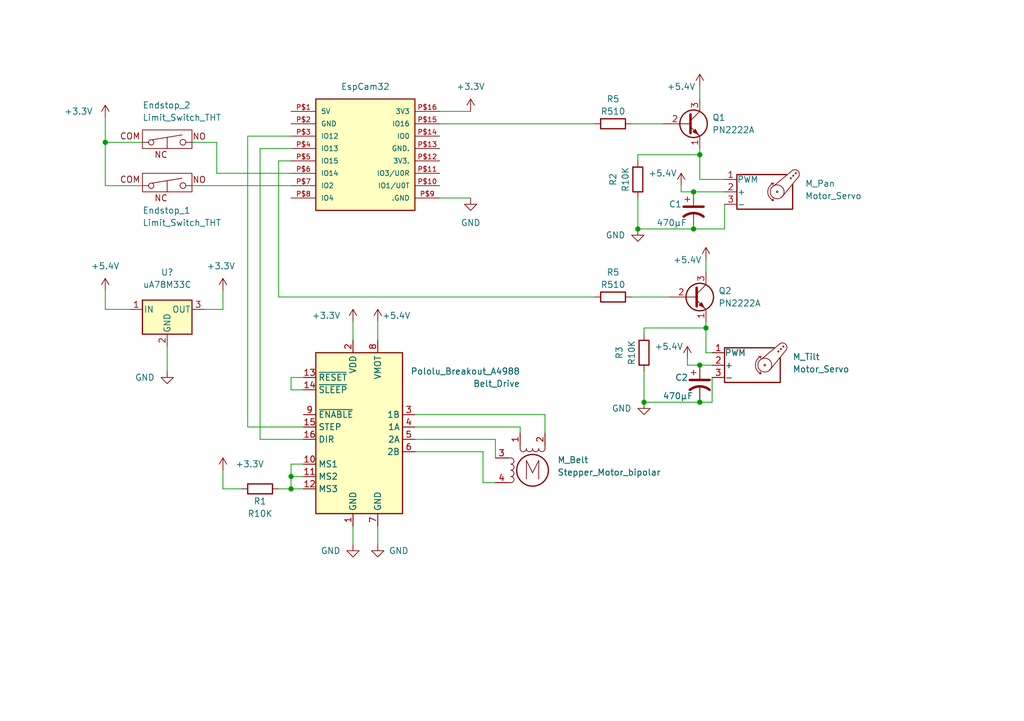
<source format=kicad_sch>
(kicad_sch (version 20211123) (generator eeschema)
  (paper "A5")
  (title_block (title "Dolley Camera Schematic") (date "2022-08-03") (rev "1") (company "Author: Hjalte Dalland"))
  (lib_symbols
    (symbol "AAAACustom:+5.4V" (power) (pin_names (offset 0))
      (property "Value" "+5.4V" (at 0 3.556 0))
      (symbol "+5.4V_0_1"
        (polyline (pts (xy -0.762 1.27) (xy 0 2.54)))
        (polyline (pts (xy 0 0) (xy 0 2.54)))
        (polyline (pts (xy 0 2.54) (xy 0.762 1.27)))
      )
      (symbol "+5.4V_1_1"
        (pin power_in line (at 0 0 90) (length 0) hide (name "+5.4V") (number "1"))
      )
    )
    (symbol "AAAACustom:Limit_Switch_THT"
      (property "Reference" "U" (at 0 8.89 0))
      (property "Value" "Limit_Switch_THT" (at 0 7.62 0))
      (symbol "Limit_Switch_THT_0_0"
        (text "COM" (at -7.62 1.27 0) (effects (font (size 1.27 1.27))))
        (text "NC" (at -1.27 -2.54 0) (effects (font (size 1.27 1.27))))
        (text "NO" (at 6.5694 1.2169 0) (effects (font (size 1.27 1.27))))
      )
      (symbol "Limit_Switch_THT_0_1"
        (rectangle (start -5.08 2.54) (end 5.08 -1.27))
        (circle (center -3.2759 -0.0105) (radius 0.5342))
        (polyline (pts (xy -5.08 0) (xy -3.81 0)))
        (polyline (pts (xy -3.0073 0.5375) (xy 3.0306 1.5254)))
        (polyline (pts (xy 0 -1.27) (xy 0 1.0172)))
        (polyline (pts (xy 5.08 0) (xy 3.81 0)))
        (circle (center 3.222 0.0148) (radius 0.5882))
      )
      (symbol "Limit_Switch_THT_1_1"
        (pin input line (at -5.08 0 90) (length 0) hide (name "COM") (number ""))
        (pin output line (at 0 -1.27 90) (length 0) hide (name "NC") (number ""))
        (pin output line (at 5.08 0 90) (length 0) hide (name "NO") (number ""))
      )
    )
    (symbol "AAAACustom:uA78M33C" (pin_names (offset 0.254))
      (property "Reference" "U" (at -3.81 3.175 0))
      (property "Value" "uA78M33C" (at 0 3.175 0))
      (symbol "uA78M33C_0_1"
        (rectangle (start -5.08 1.905) (end 5.08 -5.08) (stroke (width 0.254)) (fill (type background)))
      )
      (symbol "uA78M33C_1_1"
        (pin power_in line (at -7.62 0 0) (length 2.54) (name "IN") (number "1"))
        (pin power_in line (at 0 -7.62 90) (length 2.54) (name "GND") (number "2"))
        (pin power_out line (at 7.62 0 180) (length 2.54) (name "OUT") (number "3"))
      )
    )
    (symbol "Device:C_Polarized_US" (pin_numbers hide) (pin_names (offset 0.254) hide)
      (property "Reference" "C" (at 0.635 2.54 0))
      (property "Value" "C_Polarized_US" (at 0.635 -2.54 0))
      (symbol "C_Polarized_US_0_1"
        (polyline (pts (xy -2.032 0.762) (xy 2.032 0.762)) (stroke (width 0.508)))
        (polyline (pts (xy -1.778 2.286) (xy -0.762 2.286)))
        (polyline (pts (xy -1.27 1.778) (xy -1.27 2.794)))
        (arc (start 2.032 -1.27) (mid 0 -0.5572) (end -2.032 -1.27) (stroke (width 0.508)))
      )
      (symbol "C_Polarized_US_1_1"
        (pin passive line (at 0 3.81 270) (length 2.794) (name "~") (number "1"))
        (pin passive line (at 0 -3.81 90) (length 3.302) (name "~") (number "2"))
      )
    )
    (symbol "Device:R" (pin_numbers hide) (pin_names (offset 0))
      (property "Reference" "R" (at 2.032 0 90))
      (property "Value" "R" (at 0 0 90))
      (symbol "R_0_1"
        (rectangle (start -1.016 -2.54) (end 1.016 2.54) (stroke (width 0.254)))
      )
      (symbol "R_1_1"
        (pin passive line (at 0 3.81 270) (length 1.27) (name "~") (number "1"))
        (pin passive line (at 0 -3.81 90) (length 1.27) (name "~") (number "2"))
      )
    )
    (symbol "Driver_Motor:Pololu_Breakout_A4988"
      (property "Reference" "A" (at -2.54 19.05 0))
      (property "Value" "Pololu_Breakout_A4988" (at -2.54 16.51 0))
      (symbol "Pololu_Breakout_A4988_0_1"
        (rectangle (start 10.16 -17.78) (end -7.62 15.24) (stroke (width 0.254)) (fill (type background)))
      )
      (symbol "Pololu_Breakout_A4988_1_1"
        (pin power_in line (at 0 -20.32 90) (length 2.54) (name "GND") (number "1"))
        (pin input line (at -10.16 -7.62 0) (length 2.54) (name "MS1") (number "10"))
        (pin input line (at -10.16 -10.16 0) (length 2.54) (name "MS2") (number "11"))
        (pin input line (at -10.16 -12.7 0) (length 2.54) (name "MS3") (number "12"))
        (pin input line (at -10.16 10.16 0) (length 2.54) (name "~{RESET}") (number "13"))
        (pin input line (at -10.16 7.62 0) (length 2.54) (name "~{SLEEP}") (number "14"))
        (pin input line (at -10.16 0 0) (length 2.54) (name "STEP") (number "15"))
        (pin input line (at -10.16 -2.54 0) (length 2.54) (name "DIR") (number "16"))
        (pin power_in line (at 0 17.78 270) (length 2.54) (name "VDD") (number "2"))
        (pin output line (at 12.7 2.54 180) (length 2.54) (name "1B") (number "3"))
        (pin output line (at 12.7 0 180) (length 2.54) (name "1A") (number "4"))
        (pin output line (at 12.7 -2.54 180) (length 2.54) (name "2A") (number "5"))
        (pin output line (at 12.7 -5.08 180) (length 2.54) (name "2B") (number "6"))
        (pin power_in line (at 5.08 -20.32 90) (length 2.54) (name "GND") (number "7"))
        (pin power_in line (at 5.08 17.78 270) (length 2.54) (name "VMOT") (number "8"))
        (pin input line (at -10.16 2.54 0) (length 2.54) (name "~{ENABLE}") (number "9"))
      )
    )
    (symbol "ESP32-CAM:ESP32-CAM" (pin_names (offset 1.016))
      (property "Reference" "U" (at -10.16 20.32 0))
      (symbol "ESP32-CAM_0_0"
        (rectangle (start -10.16 -5.08) (end 10.16 17.78) (stroke (width 0.254)) (fill (type background)))
        (pin bidirectional line (at -15.24 15.24 0) (length 5.08) (name "5V") (number "P$1"))
        (pin bidirectional line (at 15.24 0 180) (length 5.08) (name "IO1/U0T") (number "P$10"))
        (pin bidirectional line (at 15.24 2.54 180) (length 5.08) (name "IO3/U0R") (number "P$11"))
        (pin bidirectional line (at 15.24 5.08 180) (length 5.08) (name "3V3.") (number "P$12"))
        (pin bidirectional line (at 15.24 7.62 180) (length 5.08) (name "GND.") (number "P$13"))
        (pin bidirectional line (at 15.24 10.16 180) (length 5.08) (name "IO0") (number "P$14"))
        (pin bidirectional line (at 15.24 12.7 180) (length 5.08) (name "IO16") (number "P$15"))
        (pin bidirectional line (at 15.24 15.24 180) (length 5.08) (name "3V3") (number "P$16"))
        (pin bidirectional line (at -15.24 12.7 0) (length 5.08) (name "GND") (number "P$2"))
        (pin bidirectional line (at -15.24 10.16 0) (length 5.08) (name "IO12") (number "P$3"))
        (pin bidirectional line (at -15.24 7.62 0) (length 5.08) (name "IO13") (number "P$4"))
        (pin bidirectional line (at -15.24 5.08 0) (length 5.08) (name "IO15") (number "P$5"))
        (pin bidirectional line (at -15.24 2.54 0) (length 5.08) (name "IO14") (number "P$6"))
        (pin bidirectional line (at -15.24 0 0) (length 5.08) (name "IO2") (number "P$7"))
        (pin bidirectional line (at -15.24 -2.54 0) (length 5.08) (name "IO4") (number "P$8"))
        (pin bidirectional line (at 15.24 -2.54 180) (length 5.08) (name ".GND") (number "P$9"))
      )
    )
    (symbol "Motor:Motor_Servo" (pin_names (offset 0.0254))
      (property "Reference" "M" (at -5.08 4.445 0))
      (property "Value" "Motor_Servo" (at -5.08 -4.064 0))
      (symbol "Motor_Servo_0_1"
        (polyline (pts (xy 2.413 -1.778) (xy 2.032 -1.778)))
        (polyline (pts (xy 2.413 -1.778) (xy 2.286 -1.397)))
        (polyline (pts (xy 2.413 1.778) (xy 1.905 1.778)))
        (polyline (pts (xy 2.413 1.778) (xy 2.286 1.397)))
        (polyline (pts (xy 6.35 4.445) (xy 2.54 1.27)))
        (polyline (pts (xy 7.62 3.175) (xy 4.191 -1.016)))
        (polyline (pts (xy 5.08 3.556) (xy -5.08 3.556) (xy -5.08 -3.556) (xy 6.35 -3.556) (xy 6.35 1.524)) (stroke (width 0.254)))
        (arc (start 2.413 1.778) (mid 1.2406 0) (end 2.413 -1.778))
        (circle (center 3.175 0) (radius 0.1778))
        (circle (center 3.175 0) (radius 1.4224))
        (circle (center 5.969 2.794) (radius 0.127))
        (circle (center 6.477 3.302) (radius 0.127))
        (circle (center 6.985 3.81) (radius 0.127))
        (arc (start 7.62 3.175) (mid 7.4485 4.2735) (end 6.35 4.445))
      )
      (symbol "Motor_Servo_1_1"
        (pin passive line (at -7.62 2.54 0) (length 2.54) (name "PWM") (number "1"))
        (pin passive line (at -7.62 0 0) (length 2.54) (name "+") (number "2"))
        (pin passive line (at -7.62 -2.54 0) (length 2.54) (name "-") (number "3"))
      )
    )
    (symbol "Motor:Stepper_Motor_bipolar" (pin_names (offset 0) hide)
      (property "Reference" "M" (at 3.81 2.54 0))
      (property "Value" "Stepper_Motor_bipolar" (at 3.81 1.27 0))
      (symbol "Stepper_Motor_bipolar_0_0"
        (polyline (pts (xy -1.27 -1.778) (xy -1.27 2.032) (xy 0 -0.508) (xy 1.27 2.032) (xy 1.27 -1.778)))
      )
      (symbol "Stepper_Motor_bipolar_0_1"
        (arc (start -4.445 -2.54) (mid -3.81 -1.905) (end -4.445 -1.27))
        (arc (start -4.445 -1.27) (mid -3.81 -0.635) (end -4.445 0))
        (arc (start -4.445 0) (mid -3.81 0.635) (end -4.445 1.27))
        (arc (start -4.445 1.27) (mid -3.81 1.905) (end -4.445 2.54))
        (arc (start -2.54 4.445) (mid -1.905 3.81) (end -1.27 4.445))
        (arc (start -1.27 4.445) (mid -0.635 3.81) (end 0 4.445))
        (polyline (pts (xy -5.08 -2.54) (xy -4.445 -2.54)))
        (polyline (pts (xy -5.08 2.54) (xy -4.445 2.54)))
        (polyline (pts (xy -2.54 5.08) (xy -2.54 4.445)))
        (polyline (pts (xy 2.54 5.08) (xy 2.54 4.445)))
        (circle (center 0 0) (radius 3.2512) (stroke (width 0.254)))
        (arc (start 0 4.445) (mid 0.635 3.81) (end 1.27 4.445))
        (arc (start 1.27 4.445) (mid 1.905 3.81) (end 2.54 4.445))
      )
      (symbol "Stepper_Motor_bipolar_1_1"
        (pin passive line (at -2.54 7.62 270) (length 2.54) (name "~") (number "1"))
        (pin passive line (at 2.54 7.62 270) (length 2.54) (name "-") (number "2"))
        (pin passive line (at -7.62 2.54 0) (length 2.54) (name "~") (number "3"))
        (pin passive line (at -7.62 -2.54 0) (length 2.54) (name "~") (number "4"))
      )
    )
    (symbol "Transistor_BJT:PN2222A" (pin_names (offset 0) hide)
      (property "Reference" "Q" (at 5.08 1.905 0))
      (property "Value" "PN2222A" (at 5.08 0 0))
      (symbol "PN2222A_0_1"
        (polyline (pts (xy 0 0) (xy 0.635 0)))
        (polyline (pts (xy 2.54 -2.54) (xy 0.635 -0.635)))
        (polyline (pts (xy 2.54 2.54) (xy 0.635 0.635)))
        (polyline (pts (xy 0.635 1.905) (xy 0.635 -1.905) (xy 0.635 -1.905)) (stroke (width 0.508)))
        (polyline (pts (xy 2.413 -2.413) (xy 1.905 -1.905) (xy 1.905 -1.905)))
        (polyline (pts (xy 1.143 -1.651) (xy 1.651 -1.143) (xy 2.159 -2.159) (xy 1.143 -1.651) (xy 1.143 -1.651)) (fill (type outline)))
        (circle (center 1.27 0) (radius 2.8194) (stroke (width 0.254)))
      )
      (symbol "PN2222A_1_1"
        (pin passive line (at 2.54 -5.08 90) (length 2.54) (name "E") (number "1"))
        (pin input line (at -5.08 0 0) (length 5.08) (name "B") (number "2"))
        (pin passive line (at 2.54 5.08 270) (length 2.54) (name "C") (number "3"))
      )
    )
    (symbol "power:+3.3V" (power) (pin_names (offset 0))
      (property "Value" "+3.3V" (at 0 3.556 0))
      (symbol "+3.3V_0_1"
        (polyline (pts (xy -0.762 1.27) (xy 0 2.54)))
        (polyline (pts (xy 0 0) (xy 0 2.54)))
        (polyline (pts (xy 0 2.54) (xy 0.762 1.27)))
      )
      (symbol "+3.3V_1_1"
        (pin power_in line (at 0 0 90) (length 0) hide (name "+3.3V") (number "1"))
      )
    )
    (symbol "power:GND" (power) (pin_names (offset 0))
      (property "Value" "GND" (at 0 -3.81 0))
      (symbol "GND_0_1"
        (polyline (pts (xy 0 0) (xy 0 -1.27) (xy 1.27 -1.27) (xy 0 -2.54) (xy -1.27 -1.27) (xy 0 -1.27)))
      )
      (symbol "GND_1_1"
        (pin power_in line (at 0 0 270) (length 0) hide (name "GND") (number "1"))
      )
    )
  )
  (junction (at 59.69 100.33))
  (junction (at 143.51 31.75))
  (junction (at 142.24 39.37))
  (junction (at 143.51 82.55))
  (junction (at 21.59 29.21))
  (junction (at 130.81 46.99))
  (junction (at 132.08 82.55))
  (junction (at 59.69 97.79))
  (junction (at 142.24 46.99))
  (junction (at 143.51 74.93))
  (junction (at 144.78 67.31))
  (wire (pts (xy 21.59 38.1) (xy 29.21 38.1)))
  (wire (pts (xy 129.54 60.96) (xy 137.16 60.96)))
  (wire (pts (xy 139.7 39.37) (xy 142.24 39.37)))
  (wire (pts (xy 50.8 27.94) (xy 59.69 27.94)))
  (wire (pts (xy 146.05 82.55) (xy 146.05 77.47)))
  (wire (pts (xy 90.17 22.86) (xy 96.52 22.86)))
  (wire (pts (xy 62.23 77.47) (xy 59.69 77.47)))
  (wire (pts (xy 21.59 63.5) (xy 26.67 63.5)))
  (wire (pts (xy 59.69 100.33) (xy 59.69 97.79)))
  (wire (pts (xy 140.97 73.66) (xy 140.97 74.93)))
  (wire (pts (xy 144.78 53.34) (xy 144.78 55.88)))
  (wire (pts (xy 143.51 31.75) (xy 143.51 36.83)))
  (wire (pts (xy 53.34 90.17) (xy 53.34 30.48)))
  (wire (pts (xy 99.06 92.71) (xy 99.06 99.06)))
  (wire (pts (xy 143.51 31.75) (xy 130.81 31.75)))
  (wire (pts (xy 72.39 69.85) (xy 72.39 66.04)))
  (wire (pts (xy 59.69 80.01) (xy 59.69 77.47)))
  (wire (pts (xy 62.23 80.01) (xy 59.69 80.01)))
  (wire (pts (xy 143.51 36.83) (xy 148.59 36.83)))
  (wire (pts (xy 57.15 60.96) (xy 121.92 60.96)))
  (wire (pts (xy 44.45 29.21) (xy 44.45 35.56)))
  (wire (pts (xy 39.37 29.21) (xy 44.45 29.21)))
  (wire (pts (xy 45.72 96.52) (xy 45.72 100.33)))
  (wire (pts (xy 130.81 46.99) (xy 142.24 46.99)))
  (wire (pts (xy 106.68 88.9) (xy 106.68 87.63)))
  (wire (pts (xy 140.97 74.93) (xy 143.51 74.93)))
  (wire (pts (xy 77.47 66.04) (xy 77.47 69.85)))
  (wire (pts (xy 77.47 107.95) (xy 77.47 111.76)))
  (wire (pts (xy 144.78 67.31) (xy 144.78 72.39)))
  (wire (pts (xy 101.6 90.17) (xy 101.6 93.98)))
  (wire (pts (xy 148.59 46.99) (xy 148.59 41.91)))
  (wire (pts (xy 132.08 76.2) (xy 132.08 82.55)))
  (wire (pts (xy 21.59 29.21) (xy 21.59 38.1)))
  (wire (pts (xy 99.06 99.06) (xy 101.6 99.06)))
  (wire (pts (xy 130.81 31.75) (xy 130.81 33.02)))
  (wire (pts (xy 34.29 71.12) (xy 34.29 76.2)))
  (wire (pts (xy 85.09 90.17) (xy 101.6 90.17)))
  (wire (pts (xy 45.72 59.69) (xy 45.72 63.5)))
  (wire (pts (xy 142.24 39.37) (xy 148.59 39.37)))
  (wire (pts (xy 143.51 30.48) (xy 143.51 31.75)))
  (wire (pts (xy 62.23 95.25) (xy 59.69 95.25)))
  (wire (pts (xy 143.51 74.93) (xy 146.05 74.93)))
  (wire (pts (xy 21.59 29.21) (xy 29.21 29.21)))
  (wire (pts (xy 59.69 97.79) (xy 59.69 95.25)))
  (wire (pts (xy 59.69 100.33) (xy 57.15 100.33)))
  (wire (pts (xy 143.51 82.55) (xy 146.05 82.55)))
  (wire (pts (xy 130.81 40.64) (xy 130.81 46.99)))
  (wire (pts (xy 49.53 100.33) (xy 45.72 100.33)))
  (wire (pts (xy 57.15 33.02) (xy 57.15 60.96)))
  (wire (pts (xy 144.78 72.39) (xy 146.05 72.39)))
  (wire (pts (xy 85.09 85.09) (xy 111.76 85.09)))
  (wire (pts (xy 129.54 25.4) (xy 135.89 25.4)))
  (wire (pts (xy 144.78 67.31) (xy 132.08 67.31)))
  (wire (pts (xy 90.17 40.64) (xy 96.52 40.64)))
  (wire (pts (xy 50.8 87.63) (xy 50.8 27.94)))
  (wire (pts (xy 21.59 24.13) (xy 21.59 29.21)))
  (wire (pts (xy 62.23 97.79) (xy 59.69 97.79)))
  (wire (pts (xy 111.76 85.09) (xy 111.76 88.9)))
  (wire (pts (xy 144.78 66.04) (xy 144.78 67.31)))
  (wire (pts (xy 41.91 63.5) (xy 45.72 63.5)))
  (wire (pts (xy 44.45 35.56) (xy 59.69 35.56)))
  (wire (pts (xy 90.17 25.4) (xy 121.92 25.4)))
  (wire (pts (xy 142.24 46.99) (xy 148.59 46.99)))
  (wire (pts (xy 85.09 92.71) (xy 99.06 92.71)))
  (wire (pts (xy 139.7 38.1) (xy 139.7 39.37)))
  (wire (pts (xy 132.08 67.31) (xy 132.08 68.58)))
  (wire (pts (xy 39.37 38.1) (xy 59.69 38.1)))
  (wire (pts (xy 62.23 90.17) (xy 53.34 90.17)))
  (wire (pts (xy 62.23 87.63) (xy 50.8 87.63)))
  (wire (pts (xy 85.09 87.63) (xy 106.68 87.63)))
  (wire (pts (xy 132.08 82.55) (xy 143.51 82.55)))
  (wire (pts (xy 72.39 111.76) (xy 72.39 107.95)))
  (wire (pts (xy 59.69 33.02) (xy 57.15 33.02)))
  (wire (pts (xy 53.34 30.48) (xy 59.69 30.48)))
  (wire (pts (xy 62.23 100.33) (xy 59.69 100.33)))
  (wire (pts (xy 143.51 17.78) (xy 143.51 20.32)))
  (wire (pts (xy 21.59 63.5) (xy 21.59 59.69)))
  (symbol (lib_id "ESP32-CAM:ESP32-CAM") (at 74.93 38.1 0) (unit 1)
    (property "Reference" "EspCam32" (at 74.93 17.78 0))
    (property "Value" "ESP32-CAM" (effects hide))
    (property "Footprint" "ESP32-CAM" (effects hide))
  )
  (symbol (lib_id "AAAACustom:+5.4V") (at 140.97 73.66 0) (unit 1)
    (property "Reference" "#PWR?" (effects hide))
    (property "Value" "+5.4V" (at 137.16 71.12 0))
  )
  (symbol (lib_id "power:GND") (at 77.47 111.76 0) (unit 1)
    (property "Reference" "#PWR?" (effects hide))
    (property "Value" "GND" (at 83.82 113.03 0) (effects (justify right)))
  )
  (symbol (lib_id "power:GND") (at 130.81 46.99 0) (unit 1)
    (property "Reference" "#PWR?" (effects hide))
    (property "Value" "GND" (at 128.27 48.2601 0) (effects (justify right)))
  )
  (symbol (lib_id "power:+3.3V") (at 45.72 59.69 0) (unit 1)
    (property "Reference" "#PWR?" (effects hide))
    (property "Value" "+3.3V" (at 48.26 54.61 0) (effects (justify right)))
  )
  (symbol (lib_id "Device:C_Polarized_US") (at 142.24 43.18 0) (unit 1)
    (property "Reference" "C1" (at 137.16 41.91 0) (effects (justify left)))
    (property "Value" "470µF" (at 134.62 45.72 0) (effects (justify left)))
  )
  (symbol (lib_id "power:+3.3V") (at 72.39 66.04 0) (unit 1)
    (property "Reference" "#PWR?" (effects hide))
    (property "Value" "+3.3V" (at 69.85 64.7701 0) (effects (justify right)))
  )
  (symbol (lib_id "Device:C_Polarized_US") (at 143.51 78.74 0) (unit 1)
    (property "Reference" "C2" (at 138.43 77.47 0) (effects (justify left)))
    (property "Value" "470µF" (at 135.89 81.28 0) (effects (justify left)))
  )
  (symbol (lib_id "AAAACustom:Limit_Switch_THT") (at 34.29 29.21 0) (unit 1)
    (property "Reference" "Endstop_2" (at 29.21 21.59 0) (effects (justify left)))
    (property "Value" "Limit_Switch_THT" (at 29.21 24.13 0) (effects (justify left)))
  )
  (symbol (lib_id "Transistor_BJT:PN2222A") (at 142.24 60.96 0) (unit 1)
    (property "Reference" "Q2" (at 147.32 59.6899 0) (effects (justify left)))
    (property "Value" "PN2222A" (at 147.32 62.2299 0) (effects (justify left)))
    (property "Footprint" "Package_TO_SOT_THT:TO-92_Inline" (effects hide))
    (property "Datasheet" "https://www.onsemi.com/pub/Collateral/PN2222-D.PDF" (effects hide))
  )
  (symbol (lib_id "AAAACustom:+5.4V") (at 143.51 17.78 0) (unit 1)
    (property "Reference" "#PWR?" (effects hide))
    (property "Value" "+5.4V" (at 139.7 17.78 0))
  )
  (symbol (lib_id "Motor:Motor_Servo") (at 153.67 74.93 0) (unit 1)
    (property "Reference" "M_Tilt" (at 162.56 73.2265 0) (effects (justify left)))
    (property "Value" "Motor_Servo" (at 162.56 75.7665 0) (effects (justify left)))
    (property "Datasheet" "http://forums.parallax.com/uploads/attachments/46831/74481.png" (effects hide))
  )
  (symbol (lib_id "Transistor_BJT:PN2222A") (at 140.97 25.4 0) (unit 1)
    (property "Reference" "Q1" (at 146.05 24.1299 0) (effects (justify left)))
    (property "Value" "PN2222A" (at 146.05 26.6699 0) (effects (justify left)))
    (property "Footprint" "Package_TO_SOT_THT:TO-92_Inline" (effects hide))
    (property "Datasheet" "https://www.onsemi.com/pub/Collateral/PN2222-D.PDF" (effects hide))
  )
  (symbol (lib_id "Device:R") (at 53.34 100.33 270) (unit 1)
    (property "Reference" "R1" (at 53.34 102.87 90))
    (property "Value" "R10K" (at 53.34 105.41 90))
  )
  (symbol (lib_id "AAAACustom:+5.4V") (at 139.7 38.1 0) (unit 1)
    (property "Reference" "#PWR?" (effects hide))
    (property "Value" "+5.4V" (at 135.89 35.56 0))
  )
  (symbol (lib_id "Driver_Motor:Pololu_Breakout_A4988") (at 72.39 87.63 0) (unit 1)
    (property "Reference" "Belt_Drive" (at 106.68 78.74 0) (effects (justify right)))
    (property "Value" "Pololu_Breakout_A4988" (at 106.68 76.2 0) (effects (justify right)))
    (property "Footprint" "Module:Pololu_Breakout-16_15.2x20.3mm" (effects hide))
    (property "Datasheet" "https://www.pololu.com/product/2980/pictures" (effects hide))
  )
  (symbol (lib_id "power:GND") (at 72.39 111.76 0) (unit 1)
    (property "Reference" "#PWR?" (effects hide))
    (property "Value" "GND" (at 69.85 113.0301 0) (effects (justify right)))
  )
  (symbol (lib_id "Motor:Stepper_Motor_bipolar") (at 109.22 96.52 0) (unit 1)
    (property "Reference" "M_Belt" (at 114.3 94.399 0) (effects (justify left)))
    (property "Value" "Stepper_Motor_bipolar" (at 114.3 96.939 0) (effects (justify left)))
    (property "Datasheet" "http://www.infineon.com/dgdl/Application-Note-TLE8110EE_driving_UniPolarStepperMotor_V1.1.pdf?fileId=db3a30431be39b97011be5d0aa0a00b0" (effects hide))
  )
  (symbol (lib_id "Device:R") (at 125.73 60.96 90) (unit 1)
    (property "Reference" "R5" (at 125.73 55.88 90))
    (property "Value" "R510" (at 125.73 58.42 90))
  )
  (symbol (lib_id "AAAACustom:+5.4V") (at 77.47 66.04 0) (unit 1)
    (property "Reference" "#PWR?" (effects hide))
    (property "Value" "+5.4V" (at 81.28 64.77 0))
  )
  (symbol (lib_id "AAAACustom:Limit_Switch_THT") (at 34.29 38.1 0) (unit 1)
    (property "Reference" "Endstop_1" (at 29.21 43.18 0) (effects (justify left)))
    (property "Value" "Limit_Switch_THT" (at 29.21 45.72 0) (effects (justify left)))
  )
  (symbol (lib_id "Device:R") (at 125.73 25.4 90) (unit 1)
    (property "Reference" "R5" (at 125.73 20.32 90))
    (property "Value" "R510" (at 125.73 22.86 90))
  )
  (symbol (lib_id "AAAACustom:uA78M33C") (at 34.29 63.5 0) (unit 1)
    (property "Reference" "U?" (at 34.29 55.88 0))
    (property "Value" "uA78M33C" (at 34.29 58.42 0))
    (property "Datasheet" "http://www.ti.com/lit/ds/symlink/ua78.pdf" (effects hide))
  )
  (symbol (lib_id "power:+3.3V") (at 21.59 24.13 0) (unit 1)
    (property "Reference" "#PWR?" (effects hide))
    (property "Value" "+3.3V" (at 19.05 22.8601 0) (effects (justify right)))
  )
  (symbol (lib_id "Device:R") (at 130.81 36.83 180) (unit 1)
    (property "Reference" "R2" (at 125.73 36.83 90))
    (property "Value" "R10K" (at 128.27 36.83 90))
  )
  (symbol (lib_id "AAAACustom:+5.4V") (at 144.78 53.34 0) (unit 1)
    (property "Reference" "#PWR?" (effects hide))
    (property "Value" "+5.4V" (at 140.97 53.34 0))
  )
  (symbol (lib_id "Motor:Motor_Servo") (at 156.21 39.37 0) (unit 1)
    (property "Reference" "M_Pan" (at 165.1 37.6665 0) (effects (justify left)))
    (property "Value" "Motor_Servo" (at 165.1 40.2065 0) (effects (justify left)))
    (property "Datasheet" "http://forums.parallax.com/uploads/attachments/46831/74481.png" (effects hide))
  )
  (symbol (lib_id "power:GND") (at 34.29 76.2 0) (unit 1)
    (property "Reference" "#PWR?" (effects hide))
    (property "Value" "GND" (at 31.75 77.4701 0) (effects (justify right)))
  )
  (symbol (lib_id "AAAACustom:+5.4V") (at 21.59 59.69 0) (unit 1)
    (property "Reference" "#PWR?" (effects hide))
    (property "Value" "+5.4V" (at 21.59 54.61 0))
  )
  (symbol (lib_id "power:+3.3V") (at 45.72 96.52 0) (unit 1)
    (property "Reference" "#PWR?" (effects hide))
    (property "Value" "+3.3V" (at 48.26 95.2499 0) (effects (justify left)))
  )
  (symbol (lib_id "power:GND") (at 132.08 82.55 0) (unit 1)
    (property "Reference" "#PWR?" (effects hide))
    (property "Value" "GND" (at 129.54 83.8201 0) (effects (justify right)))
  )
  (symbol (lib_id "power:GND") (at 96.52 40.64 0) (unit 1)
    (property "Reference" "#PWR?" (effects hide))
    (property "Value" "GND" (at 96.52 45.72 0))
  )
  (symbol (lib_id "power:+3.3V") (at 96.52 22.86 0) (unit 1)
    (property "Reference" "#PWR?" (effects hide))
    (property "Value" "+3.3V" (at 96.52 17.78 0))
  )
  (symbol (lib_id "Device:R") (at 132.08 72.39 180) (unit 1)
    (property "Reference" "R3" (at 127 72.39 90))
    (property "Value" "R10K" (at 129.54 72.39 90))
  )
)
</source>
